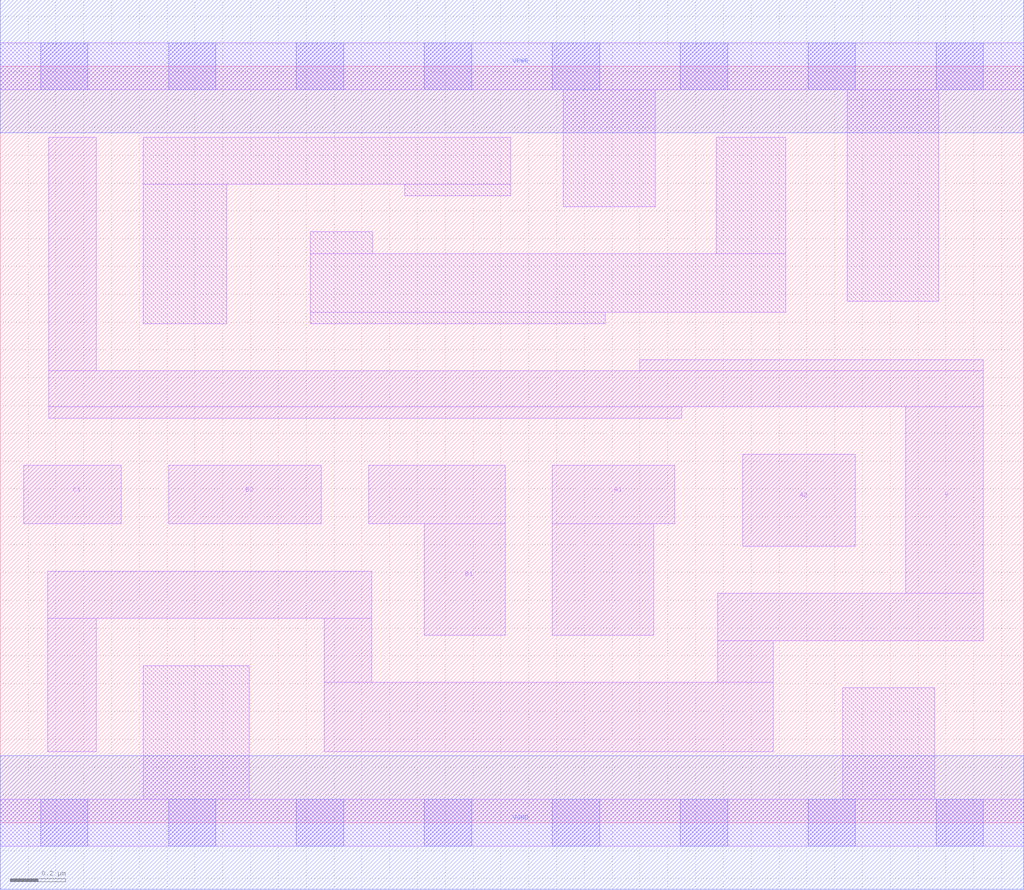
<source format=lef>
# Copyright 2020 The SkyWater PDK Authors
#
# Licensed under the Apache License, Version 2.0 (the "License");
# you may not use this file except in compliance with the License.
# You may obtain a copy of the License at
#
#     https://www.apache.org/licenses/LICENSE-2.0
#
# Unless required by applicable law or agreed to in writing, software
# distributed under the License is distributed on an "AS IS" BASIS,
# WITHOUT WARRANTIES OR CONDITIONS OF ANY KIND, either express or implied.
# See the License for the specific language governing permissions and
# limitations under the License.
#
# SPDX-License-Identifier: Apache-2.0

VERSION 5.7 ;
  NOWIREEXTENSIONATPIN ON ;
  DIVIDERCHAR "/" ;
  BUSBITCHARS "[]" ;
UNITS
  DATABASE MICRONS 200 ;
END UNITS
PROPERTYDEFINITIONS
  MACRO maskLayoutSubType STRING ;
  MACRO prCellType STRING ;
  MACRO originalViewName STRING ;
END PROPERTYDEFINITIONS
MACRO sky130_fd_sc_hdll__a221oi_1
  CLASS CORE ;
  FOREIGN sky130_fd_sc_hdll__a221oi_1 ;
  ORIGIN  0.000000  0.000000 ;
  SIZE  3.680000 BY  2.720000 ;
  SYMMETRY X Y R90 ;
  SITE unithd ;
  PIN A1
    ANTENNAGATEAREA  0.277500 ;
    DIRECTION INPUT ;
    USE SIGNAL ;
    PORT
      LAYER li1 ;
        RECT 1.985000 0.675000 2.350000 1.075000 ;
        RECT 1.985000 1.075000 2.425000 1.285000 ;
    END
  END A1
  PIN A2
    ANTENNAGATEAREA  0.277500 ;
    DIRECTION INPUT ;
    USE SIGNAL ;
    PORT
      LAYER li1 ;
        RECT 2.670000 0.995000 3.075000 1.325000 ;
    END
  END A2
  PIN B1
    ANTENNAGATEAREA  0.277500 ;
    DIRECTION INPUT ;
    USE SIGNAL ;
    PORT
      LAYER li1 ;
        RECT 1.325000 1.075000 1.815000 1.285000 ;
        RECT 1.525000 0.675000 1.815000 1.075000 ;
    END
  END B1
  PIN B2
    ANTENNAGATEAREA  0.277500 ;
    DIRECTION INPUT ;
    USE SIGNAL ;
    PORT
      LAYER li1 ;
        RECT 0.605000 1.075000 1.155000 1.285000 ;
    END
  END B2
  PIN C1
    ANTENNAGATEAREA  0.277500 ;
    DIRECTION INPUT ;
    USE SIGNAL ;
    PORT
      LAYER li1 ;
        RECT 0.085000 1.075000 0.435000 1.285000 ;
    END
  END C1
  PIN VGND
    ANTENNADIFFAREA  0.432250 ;
    DIRECTION INOUT ;
    USE SIGNAL ;
    PORT
      LAYER met1 ;
        RECT 0.000000 -0.240000 3.680000 0.240000 ;
    END
  END VGND
  PIN VPWR
    ANTENNADIFFAREA  0.560000 ;
    DIRECTION INOUT ;
    USE SIGNAL ;
    PORT
      LAYER met1 ;
        RECT 0.000000 2.480000 3.680000 2.960000 ;
    END
  END VPWR
  PIN Y
    ANTENNADIFFAREA  0.874500 ;
    DIRECTION OUTPUT ;
    USE SIGNAL ;
    PORT
      LAYER li1 ;
        RECT 0.170000 0.255000 0.345000 0.735000 ;
        RECT 0.170000 0.735000 1.335000 0.905000 ;
        RECT 0.175000 1.455000 2.450000 1.495000 ;
        RECT 0.175000 1.495000 3.535000 1.625000 ;
        RECT 0.175000 1.625000 0.345000 2.465000 ;
        RECT 1.165000 0.255000 2.780000 0.505000 ;
        RECT 1.165000 0.505000 1.335000 0.735000 ;
        RECT 2.300000 1.625000 3.535000 1.665000 ;
        RECT 2.580000 0.505000 2.780000 0.655000 ;
        RECT 2.580000 0.655000 3.535000 0.825000 ;
        RECT 3.255000 0.825000 3.535000 1.495000 ;
    END
  END Y
  OBS
    LAYER li1 ;
      RECT 0.000000 -0.085000 3.680000 0.085000 ;
      RECT 0.000000  2.635000 3.680000 2.805000 ;
      RECT 0.515000  0.085000 0.895000 0.565000 ;
      RECT 0.515000  1.795000 0.815000 2.295000 ;
      RECT 0.515000  2.295000 1.835000 2.465000 ;
      RECT 1.115000  1.795000 2.175000 1.835000 ;
      RECT 1.115000  1.835000 2.825000 2.045000 ;
      RECT 1.115000  2.045000 1.340000 2.125000 ;
      RECT 1.455000  2.255000 1.835000 2.295000 ;
      RECT 2.025000  2.215000 2.355000 2.635000 ;
      RECT 2.575000  2.045000 2.825000 2.465000 ;
      RECT 3.030000  0.085000 3.360000 0.485000 ;
      RECT 3.045000  1.875000 3.375000 2.635000 ;
    LAYER mcon ;
      RECT 0.145000 -0.085000 0.315000 0.085000 ;
      RECT 0.145000  2.635000 0.315000 2.805000 ;
      RECT 0.605000 -0.085000 0.775000 0.085000 ;
      RECT 0.605000  2.635000 0.775000 2.805000 ;
      RECT 1.065000 -0.085000 1.235000 0.085000 ;
      RECT 1.065000  2.635000 1.235000 2.805000 ;
      RECT 1.525000 -0.085000 1.695000 0.085000 ;
      RECT 1.525000  2.635000 1.695000 2.805000 ;
      RECT 1.985000 -0.085000 2.155000 0.085000 ;
      RECT 1.985000  2.635000 2.155000 2.805000 ;
      RECT 2.445000 -0.085000 2.615000 0.085000 ;
      RECT 2.445000  2.635000 2.615000 2.805000 ;
      RECT 2.905000 -0.085000 3.075000 0.085000 ;
      RECT 2.905000  2.635000 3.075000 2.805000 ;
      RECT 3.365000 -0.085000 3.535000 0.085000 ;
      RECT 3.365000  2.635000 3.535000 2.805000 ;
  END
  PROPERTY maskLayoutSubType "abstract" ;
  PROPERTY prCellType "standard" ;
  PROPERTY originalViewName "layout" ;
END sky130_fd_sc_hdll__a221oi_1
END LIBRARY

</source>
